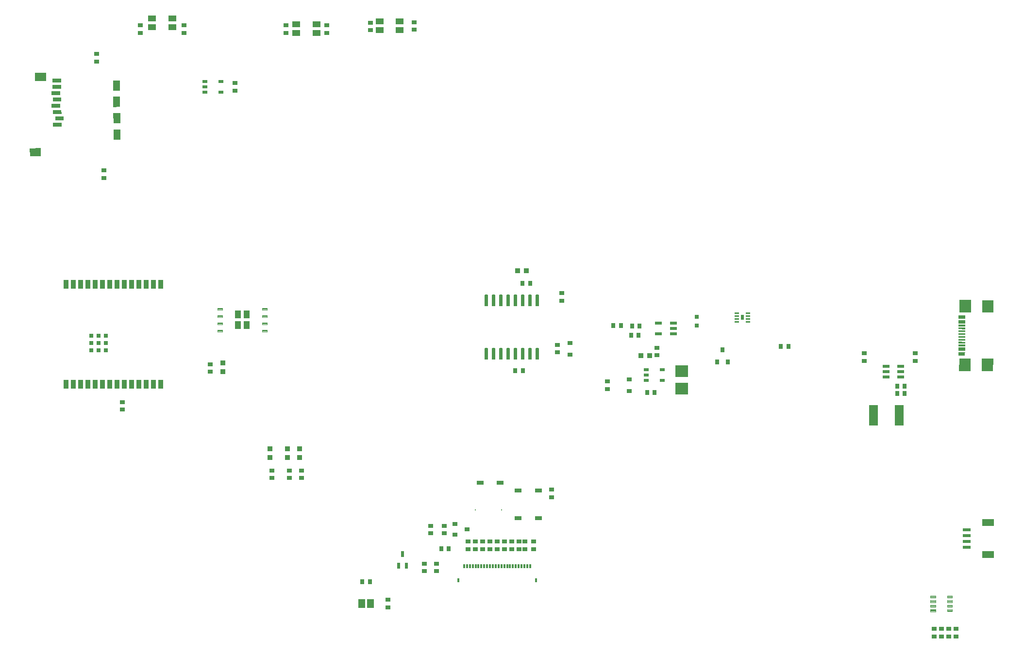
<source format=gbr>
G04 EAGLE Gerber RS-274X export*
G75*
%MOMM*%
%FSLAX34Y34*%
%LPD*%
%INSolderpaste Top*%
%IPPOS*%
%AMOC8*
5,1,8,0,0,1.08239X$1,22.5*%
G01*
G04 Define Apertures*
%ADD10R,1.400000X1.050000*%
%ADD11R,0.900000X0.700000*%
%ADD12R,0.700000X0.900000*%
%ADD13R,2.200000X2.000000*%
%ADD14R,1.200000X0.600000*%
%ADD15R,0.940000X0.970000*%
%ADD16R,0.970000X0.940000*%
%ADD17R,0.900000X0.800000*%
%ADD18R,1.150000X0.800000*%
%ADD19R,0.900000X0.600000*%
%ADD20R,0.300000X0.800000*%
%ADD21R,0.400000X0.800000*%
%ADD22R,1.150000X0.300000*%
%ADD23R,2.180000X2.000000*%
%ADD24R,2.000000X1.200000*%
%ADD25R,1.350000X0.600000*%
%ADD26R,1.800000X1.200000*%
%ADD27R,1.900000X1.400000*%
%ADD28R,1.500000X0.700000*%
%ADD29R,0.127000X0.127000*%
%ADD30R,0.800000X0.800000*%
%ADD31R,1.200000X0.550000*%
%ADD32R,1.500000X3.600000*%
%ADD33R,0.800000X0.900000*%
%ADD34R,0.500000X1.050000*%
%ADD35C,0.125000*%
%ADD36R,1.168400X1.600200*%
%ADD37R,1.010000X1.460000*%
%ADD38C,0.110000*%
%ADD39R,0.900000X1.500000*%
%ADD40C,0.147500*%
%ADD41R,0.560000X0.820000*%
%ADD42C,0.067500*%
D10*
X510492Y1087242D03*
X475492Y1087242D03*
X475492Y1072242D03*
X510492Y1072242D03*
D11*
X1625600Y18900D03*
X1625600Y31900D03*
X681200Y1077600D03*
X681200Y1090600D03*
D12*
X869800Y635000D03*
X882800Y635000D03*
X1060800Y560500D03*
X1073800Y560500D03*
X1087300Y444500D03*
X1100300Y444500D03*
D11*
X1017600Y450700D03*
X1017600Y463700D03*
X1612900Y18900D03*
X1612900Y31900D03*
D12*
X1320300Y524700D03*
X1333300Y524700D03*
D13*
X1147700Y451600D03*
X1147700Y481600D03*
D11*
X920600Y262100D03*
X920600Y275100D03*
D12*
X1522900Y455700D03*
X1535900Y455700D03*
D11*
X279400Y1072132D03*
X279400Y1085132D03*
D12*
X1522900Y443000D03*
X1535900Y443000D03*
D11*
X457200Y1072132D03*
X457200Y1085132D03*
D12*
X590400Y114300D03*
X603400Y114300D03*
X741300Y172300D03*
X728300Y172300D03*
D11*
X127000Y1022200D03*
X127000Y1035200D03*
D10*
X655492Y1092242D03*
X620492Y1092242D03*
X620492Y1077242D03*
X655492Y1077242D03*
D11*
X368300Y971400D03*
X368300Y984400D03*
D14*
X1504200Y490600D03*
X1504200Y481100D03*
X1504200Y471600D03*
X1529200Y471600D03*
X1529200Y481100D03*
X1529200Y490600D03*
D15*
X481200Y331200D03*
X481200Y346200D03*
X460000Y331200D03*
X460000Y346200D03*
D16*
X1091300Y508700D03*
X1076300Y508700D03*
D17*
X1055700Y446700D03*
X1055700Y467700D03*
D18*
X796100Y286700D03*
X831100Y286700D03*
X862300Y273600D03*
X897300Y273600D03*
X897300Y225500D03*
X862300Y225500D03*
D15*
X429800Y331200D03*
X429800Y346200D03*
D17*
X952500Y510200D03*
X952500Y531200D03*
D16*
X861100Y657368D03*
X876100Y657368D03*
D15*
X347400Y481200D03*
X347400Y496200D03*
D11*
X889000Y171300D03*
X889000Y184300D03*
X800100Y171300D03*
X800100Y184300D03*
X787400Y171300D03*
X787400Y184300D03*
X774700Y171300D03*
X774700Y184300D03*
X874124Y171300D03*
X874124Y184300D03*
X863600Y171300D03*
X863600Y184300D03*
X850900Y171300D03*
X850900Y184300D03*
X838200Y171300D03*
X838200Y184300D03*
X825500Y171300D03*
X825500Y184300D03*
X812800Y171300D03*
X812800Y184300D03*
D19*
X1085600Y484400D03*
X1085600Y474900D03*
X1085600Y465400D03*
X1113600Y465400D03*
X1113600Y484400D03*
X316200Y987400D03*
X316200Y977900D03*
X316200Y968400D03*
X344200Y968400D03*
X344200Y987400D03*
D20*
X883000Y141500D03*
X878000Y141500D03*
X873000Y141500D03*
X868000Y141500D03*
X863000Y141500D03*
X858000Y141500D03*
X853000Y141500D03*
X848000Y141500D03*
X843000Y141500D03*
X838000Y141500D03*
X833000Y141500D03*
X828000Y141500D03*
X823000Y141500D03*
X818000Y141500D03*
X813000Y141500D03*
X808000Y141500D03*
X803000Y141500D03*
X798000Y141500D03*
X793000Y141500D03*
X788000Y141500D03*
X783000Y141500D03*
X778000Y141500D03*
X773000Y141500D03*
X768000Y141500D03*
D21*
X893000Y116500D03*
X758000Y116500D03*
D22*
G36*
X1629878Y512098D02*
X1641377Y512017D01*
X1641356Y509018D01*
X1629857Y509099D01*
X1629878Y512098D01*
G37*
G36*
X1629933Y520097D02*
X1641432Y520016D01*
X1641411Y517017D01*
X1629912Y517098D01*
X1629933Y520097D01*
G37*
G36*
X1630024Y533097D02*
X1641523Y533016D01*
X1641502Y530017D01*
X1630003Y530098D01*
X1630024Y533097D01*
G37*
G36*
X1630094Y543097D02*
X1641593Y543016D01*
X1641572Y540017D01*
X1630073Y540098D01*
X1630094Y543097D01*
G37*
G36*
X1630129Y548097D02*
X1641628Y548016D01*
X1641607Y545017D01*
X1630108Y545098D01*
X1630129Y548097D01*
G37*
G36*
X1630199Y558096D02*
X1641698Y558015D01*
X1641677Y555016D01*
X1630178Y555097D01*
X1630199Y558096D01*
G37*
G36*
X1630290Y571096D02*
X1641789Y571015D01*
X1641768Y568016D01*
X1630269Y568097D01*
X1630290Y571096D01*
G37*
G36*
X1630345Y579096D02*
X1641844Y579015D01*
X1641823Y576016D01*
X1630324Y576097D01*
X1630345Y579096D01*
G37*
G36*
X1630324Y576096D02*
X1641823Y576015D01*
X1641802Y573016D01*
X1630303Y573097D01*
X1630324Y576096D01*
G37*
G36*
X1630269Y568096D02*
X1641768Y568015D01*
X1641747Y565016D01*
X1630248Y565097D01*
X1630269Y568096D01*
G37*
G36*
X1630234Y563096D02*
X1641733Y563015D01*
X1641712Y560016D01*
X1630213Y560097D01*
X1630234Y563096D01*
G37*
G36*
X1630164Y553097D02*
X1641663Y553016D01*
X1641642Y550017D01*
X1630143Y550098D01*
X1630164Y553097D01*
G37*
G36*
X1630059Y538097D02*
X1641558Y538016D01*
X1641537Y535017D01*
X1630038Y535098D01*
X1630059Y538097D01*
G37*
G36*
X1629989Y528097D02*
X1641488Y528016D01*
X1641467Y525017D01*
X1629968Y525098D01*
X1629989Y528097D01*
G37*
G36*
X1629954Y523097D02*
X1641453Y523016D01*
X1641432Y520017D01*
X1629933Y520098D01*
X1629954Y523097D01*
G37*
G36*
X1629899Y515098D02*
X1641398Y515017D01*
X1641377Y512018D01*
X1629878Y512099D01*
X1629899Y515098D01*
G37*
D23*
G36*
X1690618Y503473D02*
X1690466Y481675D01*
X1670468Y481815D01*
X1670620Y503613D01*
X1690618Y503473D01*
G37*
G36*
X1691331Y605670D02*
X1691179Y583872D01*
X1671181Y584012D01*
X1671333Y605810D01*
X1691331Y605670D01*
G37*
G36*
X1651319Y503747D02*
X1651167Y481949D01*
X1631169Y482089D01*
X1631321Y503887D01*
X1651319Y503747D01*
G37*
G36*
X1652032Y605944D02*
X1651880Y584146D01*
X1631882Y584286D01*
X1632034Y606084D01*
X1652032Y605944D01*
G37*
D24*
X1681332Y161700D03*
X1681332Y217700D03*
D25*
X1644582Y174700D03*
X1644582Y184700D03*
X1644582Y194700D03*
X1644582Y204700D03*
D26*
G36*
X156567Y885764D02*
X156442Y903762D01*
X168441Y903846D01*
X168566Y885848D01*
X156567Y885764D01*
G37*
G36*
X156169Y942762D02*
X156044Y960760D01*
X168043Y960844D01*
X168168Y942846D01*
X156169Y942762D01*
G37*
D27*
G36*
X29765Y856878D02*
X10767Y856745D01*
X10669Y870744D01*
X29667Y870877D01*
X29765Y856878D01*
G37*
G36*
X38846Y988444D02*
X19848Y988311D01*
X19750Y1002310D01*
X38748Y1002443D01*
X38846Y988444D01*
G37*
D28*
G36*
X65905Y908631D02*
X50906Y908526D01*
X50857Y915525D01*
X65856Y915630D01*
X65905Y908631D01*
G37*
G36*
X69828Y919659D02*
X54829Y919554D01*
X54780Y926553D01*
X69779Y926658D01*
X69828Y919659D01*
G37*
G36*
X65751Y930631D02*
X50752Y930526D01*
X50703Y937525D01*
X65702Y937630D01*
X65751Y930631D01*
G37*
G36*
X63674Y941616D02*
X48675Y941511D01*
X48626Y948510D01*
X63625Y948615D01*
X63674Y941616D01*
G37*
G36*
X65597Y952630D02*
X50598Y952525D01*
X50549Y959524D01*
X65548Y959629D01*
X65597Y952630D01*
G37*
G36*
X63521Y963616D02*
X48522Y963511D01*
X48473Y970510D01*
X63472Y970615D01*
X63521Y963616D01*
G37*
G36*
X65444Y974630D02*
X50445Y974525D01*
X50396Y981524D01*
X65395Y981629D01*
X65444Y974630D01*
G37*
G36*
X65367Y985629D02*
X50368Y985524D01*
X50319Y992523D01*
X65318Y992628D01*
X65367Y985629D01*
G37*
D26*
G36*
X156368Y914263D02*
X156243Y932261D01*
X168242Y932345D01*
X168367Y914347D01*
X156368Y914263D01*
G37*
G36*
X155970Y971262D02*
X155845Y989260D01*
X167844Y989344D01*
X167969Y971346D01*
X155970Y971262D01*
G37*
D29*
X787240Y239400D03*
X832960Y239400D03*
D30*
X1173600Y561400D03*
X1173600Y576400D03*
D31*
X1132601Y547000D03*
X1132601Y556500D03*
X1132601Y566000D03*
X1106599Y566000D03*
X1106599Y547000D03*
D32*
X1481500Y404900D03*
X1526500Y404900D03*
D33*
X1209000Y498000D03*
X1228000Y498000D03*
X1218500Y519000D03*
D17*
X752000Y215400D03*
X752000Y196400D03*
X773000Y205900D03*
D34*
X653900Y141900D03*
X666900Y141900D03*
X660400Y162900D03*
D11*
X139700Y819000D03*
X139700Y832000D03*
X172200Y414800D03*
X172200Y427800D03*
X733400Y199000D03*
X733400Y212000D03*
X1587500Y18900D03*
X1587500Y31900D03*
X698900Y133000D03*
X698900Y146000D03*
D12*
X1059300Y544200D03*
X1072300Y544200D03*
D11*
X635000Y69700D03*
X635000Y82700D03*
X1600200Y18900D03*
X1600200Y31900D03*
X719700Y133000D03*
X719700Y146000D03*
X1465900Y500000D03*
X1465900Y513000D03*
X1554800Y500000D03*
X1554800Y513000D03*
X709500Y199000D03*
X709500Y212000D03*
X938000Y604800D03*
X938000Y617800D03*
X930600Y514800D03*
X930600Y527800D03*
D12*
X1028300Y561300D03*
X1041300Y561300D03*
D11*
X324900Y480600D03*
X324900Y493600D03*
X484100Y295600D03*
X484100Y308600D03*
X463300Y295600D03*
X463300Y308600D03*
X432500Y295600D03*
X432500Y308600D03*
D10*
X258800Y1097242D03*
X223800Y1097242D03*
X223800Y1082242D03*
X258800Y1082242D03*
D11*
X528400Y1072132D03*
X528400Y1085132D03*
X1104500Y509800D03*
X1104500Y522800D03*
D12*
X857100Y482600D03*
X870100Y482600D03*
D11*
X605000Y1076732D03*
X605000Y1089732D03*
X203200Y1072132D03*
X203200Y1085132D03*
D35*
X1610325Y86325D02*
X1619235Y86325D01*
X1610325Y86325D02*
X1610325Y90075D01*
X1619235Y90075D01*
X1619235Y86325D01*
X1619235Y87512D02*
X1610325Y87512D01*
X1610325Y88699D02*
X1619235Y88699D01*
X1619235Y89886D02*
X1610325Y89886D01*
X1610325Y78325D02*
X1619235Y78325D01*
X1610325Y78325D02*
X1610325Y82075D01*
X1619235Y82075D01*
X1619235Y78325D01*
X1619235Y79512D02*
X1610325Y79512D01*
X1610325Y80699D02*
X1619235Y80699D01*
X1619235Y81886D02*
X1610325Y81886D01*
X1610325Y70325D02*
X1619235Y70325D01*
X1610325Y70325D02*
X1610325Y74075D01*
X1619235Y74075D01*
X1619235Y70325D01*
X1619235Y71512D02*
X1610325Y71512D01*
X1610325Y72699D02*
X1619235Y72699D01*
X1619235Y73886D02*
X1610325Y73886D01*
X1610325Y62325D02*
X1619235Y62325D01*
X1610325Y62325D02*
X1610325Y66075D01*
X1619235Y66075D01*
X1619235Y62325D01*
X1619235Y63512D02*
X1610325Y63512D01*
X1610325Y64699D02*
X1619235Y64699D01*
X1619235Y65886D02*
X1610325Y65886D01*
X1590075Y62125D02*
X1581165Y62125D01*
X1581165Y65875D01*
X1590075Y65875D01*
X1590075Y62125D01*
X1590075Y63312D02*
X1581165Y63312D01*
X1581165Y64499D02*
X1590075Y64499D01*
X1590075Y65686D02*
X1581165Y65686D01*
X1581165Y70325D02*
X1590075Y70325D01*
X1581165Y70325D02*
X1581165Y74075D01*
X1590075Y74075D01*
X1590075Y70325D01*
X1590075Y71512D02*
X1581165Y71512D01*
X1581165Y72699D02*
X1590075Y72699D01*
X1590075Y73886D02*
X1581165Y73886D01*
X1581165Y78325D02*
X1590075Y78325D01*
X1581165Y78325D02*
X1581165Y82075D01*
X1590075Y82075D01*
X1590075Y78325D01*
X1590075Y79512D02*
X1581165Y79512D01*
X1581165Y80699D02*
X1590075Y80699D01*
X1590075Y81886D02*
X1581165Y81886D01*
X1581165Y86325D02*
X1590075Y86325D01*
X1581165Y86325D02*
X1581165Y90075D01*
X1590075Y90075D01*
X1590075Y86325D01*
X1590075Y87512D02*
X1581165Y87512D01*
X1581165Y88699D02*
X1590075Y88699D01*
X1590075Y89886D02*
X1581165Y89886D01*
D36*
X589280Y76200D03*
X604520Y76200D03*
D37*
X373650Y581100D03*
X388350Y581100D03*
X373650Y561900D03*
X388350Y561900D03*
D38*
X346200Y588900D02*
X337900Y588900D01*
X337900Y592200D01*
X346200Y592200D01*
X346200Y588900D01*
X346200Y589945D02*
X337900Y589945D01*
X337900Y590990D02*
X346200Y590990D01*
X346200Y592035D02*
X337900Y592035D01*
X337900Y576200D02*
X346200Y576200D01*
X337900Y576200D02*
X337900Y579500D01*
X346200Y579500D01*
X346200Y576200D01*
X346200Y577245D02*
X337900Y577245D01*
X337900Y578290D02*
X346200Y578290D01*
X346200Y579335D02*
X337900Y579335D01*
X337900Y563500D02*
X346200Y563500D01*
X337900Y563500D02*
X337900Y566800D01*
X346200Y566800D01*
X346200Y563500D01*
X346200Y564545D02*
X337900Y564545D01*
X337900Y565590D02*
X346200Y565590D01*
X346200Y566635D02*
X337900Y566635D01*
X337900Y550800D02*
X346200Y550800D01*
X337900Y550800D02*
X337900Y554100D01*
X346200Y554100D01*
X346200Y550800D01*
X346200Y551845D02*
X337900Y551845D01*
X337900Y552890D02*
X346200Y552890D01*
X346200Y553935D02*
X337900Y553935D01*
X415800Y550800D02*
X424100Y550800D01*
X415800Y550800D02*
X415800Y554100D01*
X424100Y554100D01*
X424100Y550800D01*
X424100Y551845D02*
X415800Y551845D01*
X415800Y552890D02*
X424100Y552890D01*
X424100Y553935D02*
X415800Y553935D01*
X415800Y563500D02*
X424100Y563500D01*
X415800Y563500D02*
X415800Y566800D01*
X424100Y566800D01*
X424100Y563500D01*
X424100Y564545D02*
X415800Y564545D01*
X415800Y565590D02*
X424100Y565590D01*
X424100Y566635D02*
X415800Y566635D01*
X415800Y576200D02*
X424100Y576200D01*
X415800Y576200D02*
X415800Y579500D01*
X424100Y579500D01*
X424100Y576200D01*
X424100Y577245D02*
X415800Y577245D01*
X415800Y578290D02*
X424100Y578290D01*
X424100Y579335D02*
X415800Y579335D01*
X415800Y588900D02*
X424100Y588900D01*
X415800Y588900D02*
X415800Y592200D01*
X424100Y592200D01*
X424100Y588900D01*
X424100Y589945D02*
X415800Y589945D01*
X415800Y590990D02*
X424100Y590990D01*
X424100Y592035D02*
X415800Y592035D01*
D39*
X73468Y458600D03*
X86168Y458600D03*
X98868Y458600D03*
X111568Y458600D03*
X124268Y458600D03*
X136968Y458600D03*
X149668Y458600D03*
X162368Y458600D03*
X175068Y458600D03*
X187768Y458600D03*
X200468Y458600D03*
X213168Y458600D03*
X225868Y458600D03*
X238568Y458600D03*
X238568Y633600D03*
X225868Y633600D03*
X213168Y633600D03*
X200468Y633600D03*
X187768Y633600D03*
X175068Y633600D03*
X162368Y633600D03*
X149668Y633600D03*
X136968Y633600D03*
X124268Y633600D03*
X111568Y633600D03*
X98868Y633600D03*
X86168Y633600D03*
X73468Y633600D03*
D30*
X130668Y531050D03*
X118168Y518550D03*
X118168Y531050D03*
X118168Y543550D03*
X130668Y518550D03*
X130668Y543550D03*
X143168Y518550D03*
X143168Y531050D03*
X143168Y543550D03*
D40*
X893137Y595837D02*
X893137Y614863D01*
X897563Y614863D01*
X897563Y595837D01*
X893137Y595837D01*
X893137Y597238D02*
X897563Y597238D01*
X897563Y598639D02*
X893137Y598639D01*
X893137Y600040D02*
X897563Y600040D01*
X897563Y601441D02*
X893137Y601441D01*
X893137Y602842D02*
X897563Y602842D01*
X897563Y604243D02*
X893137Y604243D01*
X893137Y605644D02*
X897563Y605644D01*
X897563Y607045D02*
X893137Y607045D01*
X893137Y608446D02*
X897563Y608446D01*
X897563Y609847D02*
X893137Y609847D01*
X893137Y611248D02*
X897563Y611248D01*
X897563Y612649D02*
X893137Y612649D01*
X893137Y614050D02*
X897563Y614050D01*
X880437Y614863D02*
X880437Y595837D01*
X880437Y614863D02*
X884863Y614863D01*
X884863Y595837D01*
X880437Y595837D01*
X880437Y597238D02*
X884863Y597238D01*
X884863Y598639D02*
X880437Y598639D01*
X880437Y600040D02*
X884863Y600040D01*
X884863Y601441D02*
X880437Y601441D01*
X880437Y602842D02*
X884863Y602842D01*
X884863Y604243D02*
X880437Y604243D01*
X880437Y605644D02*
X884863Y605644D01*
X884863Y607045D02*
X880437Y607045D01*
X880437Y608446D02*
X884863Y608446D01*
X884863Y609847D02*
X880437Y609847D01*
X880437Y611248D02*
X884863Y611248D01*
X884863Y612649D02*
X880437Y612649D01*
X880437Y614050D02*
X884863Y614050D01*
X867737Y614863D02*
X867737Y595837D01*
X867737Y614863D02*
X872163Y614863D01*
X872163Y595837D01*
X867737Y595837D01*
X867737Y597238D02*
X872163Y597238D01*
X872163Y598639D02*
X867737Y598639D01*
X867737Y600040D02*
X872163Y600040D01*
X872163Y601441D02*
X867737Y601441D01*
X867737Y602842D02*
X872163Y602842D01*
X872163Y604243D02*
X867737Y604243D01*
X867737Y605644D02*
X872163Y605644D01*
X872163Y607045D02*
X867737Y607045D01*
X867737Y608446D02*
X872163Y608446D01*
X872163Y609847D02*
X867737Y609847D01*
X867737Y611248D02*
X872163Y611248D01*
X872163Y612649D02*
X867737Y612649D01*
X867737Y614050D02*
X872163Y614050D01*
X855037Y614863D02*
X855037Y595837D01*
X855037Y614863D02*
X859463Y614863D01*
X859463Y595837D01*
X855037Y595837D01*
X855037Y597238D02*
X859463Y597238D01*
X859463Y598639D02*
X855037Y598639D01*
X855037Y600040D02*
X859463Y600040D01*
X859463Y601441D02*
X855037Y601441D01*
X855037Y602842D02*
X859463Y602842D01*
X859463Y604243D02*
X855037Y604243D01*
X855037Y605644D02*
X859463Y605644D01*
X859463Y607045D02*
X855037Y607045D01*
X855037Y608446D02*
X859463Y608446D01*
X859463Y609847D02*
X855037Y609847D01*
X855037Y611248D02*
X859463Y611248D01*
X859463Y612649D02*
X855037Y612649D01*
X855037Y614050D02*
X859463Y614050D01*
X842337Y614863D02*
X842337Y595837D01*
X842337Y614863D02*
X846763Y614863D01*
X846763Y595837D01*
X842337Y595837D01*
X842337Y597238D02*
X846763Y597238D01*
X846763Y598639D02*
X842337Y598639D01*
X842337Y600040D02*
X846763Y600040D01*
X846763Y601441D02*
X842337Y601441D01*
X842337Y602842D02*
X846763Y602842D01*
X846763Y604243D02*
X842337Y604243D01*
X842337Y605644D02*
X846763Y605644D01*
X846763Y607045D02*
X842337Y607045D01*
X842337Y608446D02*
X846763Y608446D01*
X846763Y609847D02*
X842337Y609847D01*
X842337Y611248D02*
X846763Y611248D01*
X846763Y612649D02*
X842337Y612649D01*
X842337Y614050D02*
X846763Y614050D01*
X829637Y614863D02*
X829637Y595837D01*
X829637Y614863D02*
X834063Y614863D01*
X834063Y595837D01*
X829637Y595837D01*
X829637Y597238D02*
X834063Y597238D01*
X834063Y598639D02*
X829637Y598639D01*
X829637Y600040D02*
X834063Y600040D01*
X834063Y601441D02*
X829637Y601441D01*
X829637Y602842D02*
X834063Y602842D01*
X834063Y604243D02*
X829637Y604243D01*
X829637Y605644D02*
X834063Y605644D01*
X834063Y607045D02*
X829637Y607045D01*
X829637Y608446D02*
X834063Y608446D01*
X834063Y609847D02*
X829637Y609847D01*
X829637Y611248D02*
X834063Y611248D01*
X834063Y612649D02*
X829637Y612649D01*
X829637Y614050D02*
X834063Y614050D01*
X816937Y614863D02*
X816937Y595837D01*
X816937Y614863D02*
X821363Y614863D01*
X821363Y595837D01*
X816937Y595837D01*
X816937Y597238D02*
X821363Y597238D01*
X821363Y598639D02*
X816937Y598639D01*
X816937Y600040D02*
X821363Y600040D01*
X821363Y601441D02*
X816937Y601441D01*
X816937Y602842D02*
X821363Y602842D01*
X821363Y604243D02*
X816937Y604243D01*
X816937Y605644D02*
X821363Y605644D01*
X821363Y607045D02*
X816937Y607045D01*
X816937Y608446D02*
X821363Y608446D01*
X821363Y609847D02*
X816937Y609847D01*
X816937Y611248D02*
X821363Y611248D01*
X821363Y612649D02*
X816937Y612649D01*
X816937Y614050D02*
X821363Y614050D01*
X804237Y614863D02*
X804237Y595837D01*
X804237Y614863D02*
X808663Y614863D01*
X808663Y595837D01*
X804237Y595837D01*
X804237Y597238D02*
X808663Y597238D01*
X808663Y598639D02*
X804237Y598639D01*
X804237Y600040D02*
X808663Y600040D01*
X808663Y601441D02*
X804237Y601441D01*
X804237Y602842D02*
X808663Y602842D01*
X808663Y604243D02*
X804237Y604243D01*
X804237Y605644D02*
X808663Y605644D01*
X808663Y607045D02*
X804237Y607045D01*
X804237Y608446D02*
X808663Y608446D01*
X808663Y609847D02*
X804237Y609847D01*
X804237Y611248D02*
X808663Y611248D01*
X808663Y612649D02*
X804237Y612649D01*
X804237Y614050D02*
X808663Y614050D01*
X804237Y521763D02*
X804237Y502737D01*
X804237Y521763D02*
X808663Y521763D01*
X808663Y502737D01*
X804237Y502737D01*
X804237Y504138D02*
X808663Y504138D01*
X808663Y505539D02*
X804237Y505539D01*
X804237Y506940D02*
X808663Y506940D01*
X808663Y508341D02*
X804237Y508341D01*
X804237Y509742D02*
X808663Y509742D01*
X808663Y511143D02*
X804237Y511143D01*
X804237Y512544D02*
X808663Y512544D01*
X808663Y513945D02*
X804237Y513945D01*
X804237Y515346D02*
X808663Y515346D01*
X808663Y516747D02*
X804237Y516747D01*
X804237Y518148D02*
X808663Y518148D01*
X808663Y519549D02*
X804237Y519549D01*
X804237Y520950D02*
X808663Y520950D01*
X816937Y521763D02*
X816937Y502737D01*
X816937Y521763D02*
X821363Y521763D01*
X821363Y502737D01*
X816937Y502737D01*
X816937Y504138D02*
X821363Y504138D01*
X821363Y505539D02*
X816937Y505539D01*
X816937Y506940D02*
X821363Y506940D01*
X821363Y508341D02*
X816937Y508341D01*
X816937Y509742D02*
X821363Y509742D01*
X821363Y511143D02*
X816937Y511143D01*
X816937Y512544D02*
X821363Y512544D01*
X821363Y513945D02*
X816937Y513945D01*
X816937Y515346D02*
X821363Y515346D01*
X821363Y516747D02*
X816937Y516747D01*
X816937Y518148D02*
X821363Y518148D01*
X821363Y519549D02*
X816937Y519549D01*
X816937Y520950D02*
X821363Y520950D01*
X829637Y521763D02*
X829637Y502737D01*
X829637Y521763D02*
X834063Y521763D01*
X834063Y502737D01*
X829637Y502737D01*
X829637Y504138D02*
X834063Y504138D01*
X834063Y505539D02*
X829637Y505539D01*
X829637Y506940D02*
X834063Y506940D01*
X834063Y508341D02*
X829637Y508341D01*
X829637Y509742D02*
X834063Y509742D01*
X834063Y511143D02*
X829637Y511143D01*
X829637Y512544D02*
X834063Y512544D01*
X834063Y513945D02*
X829637Y513945D01*
X829637Y515346D02*
X834063Y515346D01*
X834063Y516747D02*
X829637Y516747D01*
X829637Y518148D02*
X834063Y518148D01*
X834063Y519549D02*
X829637Y519549D01*
X829637Y520950D02*
X834063Y520950D01*
X842337Y521763D02*
X842337Y502737D01*
X842337Y521763D02*
X846763Y521763D01*
X846763Y502737D01*
X842337Y502737D01*
X842337Y504138D02*
X846763Y504138D01*
X846763Y505539D02*
X842337Y505539D01*
X842337Y506940D02*
X846763Y506940D01*
X846763Y508341D02*
X842337Y508341D01*
X842337Y509742D02*
X846763Y509742D01*
X846763Y511143D02*
X842337Y511143D01*
X842337Y512544D02*
X846763Y512544D01*
X846763Y513945D02*
X842337Y513945D01*
X842337Y515346D02*
X846763Y515346D01*
X846763Y516747D02*
X842337Y516747D01*
X842337Y518148D02*
X846763Y518148D01*
X846763Y519549D02*
X842337Y519549D01*
X842337Y520950D02*
X846763Y520950D01*
X855037Y521763D02*
X855037Y502737D01*
X855037Y521763D02*
X859463Y521763D01*
X859463Y502737D01*
X855037Y502737D01*
X855037Y504138D02*
X859463Y504138D01*
X859463Y505539D02*
X855037Y505539D01*
X855037Y506940D02*
X859463Y506940D01*
X859463Y508341D02*
X855037Y508341D01*
X855037Y509742D02*
X859463Y509742D01*
X859463Y511143D02*
X855037Y511143D01*
X855037Y512544D02*
X859463Y512544D01*
X859463Y513945D02*
X855037Y513945D01*
X855037Y515346D02*
X859463Y515346D01*
X859463Y516747D02*
X855037Y516747D01*
X855037Y518148D02*
X859463Y518148D01*
X859463Y519549D02*
X855037Y519549D01*
X855037Y520950D02*
X859463Y520950D01*
X867737Y521763D02*
X867737Y502737D01*
X867737Y521763D02*
X872163Y521763D01*
X872163Y502737D01*
X867737Y502737D01*
X867737Y504138D02*
X872163Y504138D01*
X872163Y505539D02*
X867737Y505539D01*
X867737Y506940D02*
X872163Y506940D01*
X872163Y508341D02*
X867737Y508341D01*
X867737Y509742D02*
X872163Y509742D01*
X872163Y511143D02*
X867737Y511143D01*
X867737Y512544D02*
X872163Y512544D01*
X872163Y513945D02*
X867737Y513945D01*
X867737Y515346D02*
X872163Y515346D01*
X872163Y516747D02*
X867737Y516747D01*
X867737Y518148D02*
X872163Y518148D01*
X872163Y519549D02*
X867737Y519549D01*
X867737Y520950D02*
X872163Y520950D01*
X880437Y521763D02*
X880437Y502737D01*
X880437Y521763D02*
X884863Y521763D01*
X884863Y502737D01*
X880437Y502737D01*
X880437Y504138D02*
X884863Y504138D01*
X884863Y505539D02*
X880437Y505539D01*
X880437Y506940D02*
X884863Y506940D01*
X884863Y508341D02*
X880437Y508341D01*
X880437Y509742D02*
X884863Y509742D01*
X884863Y511143D02*
X880437Y511143D01*
X880437Y512544D02*
X884863Y512544D01*
X884863Y513945D02*
X880437Y513945D01*
X880437Y515346D02*
X884863Y515346D01*
X884863Y516747D02*
X880437Y516747D01*
X880437Y518148D02*
X884863Y518148D01*
X884863Y519549D02*
X880437Y519549D01*
X880437Y520950D02*
X884863Y520950D01*
X893137Y521763D02*
X893137Y502737D01*
X893137Y521763D02*
X897563Y521763D01*
X897563Y502737D01*
X893137Y502737D01*
X893137Y504138D02*
X897563Y504138D01*
X897563Y505539D02*
X893137Y505539D01*
X893137Y506940D02*
X897563Y506940D01*
X897563Y508341D02*
X893137Y508341D01*
X893137Y509742D02*
X897563Y509742D01*
X897563Y511143D02*
X893137Y511143D01*
X893137Y512544D02*
X897563Y512544D01*
X897563Y513945D02*
X893137Y513945D01*
X893137Y515346D02*
X897563Y515346D01*
X897563Y516747D02*
X893137Y516747D01*
X893137Y518148D02*
X897563Y518148D01*
X897563Y519549D02*
X893137Y519549D01*
X893137Y520950D02*
X897563Y520950D01*
D41*
X1252800Y575700D03*
D42*
X1246413Y582187D02*
X1239487Y582187D01*
X1239487Y584213D01*
X1246413Y584213D01*
X1246413Y582187D01*
X1246413Y582828D02*
X1239487Y582828D01*
X1239487Y583469D02*
X1246413Y583469D01*
X1246413Y584110D02*
X1239487Y584110D01*
X1239487Y577187D02*
X1246413Y577187D01*
X1239487Y577187D02*
X1239487Y579213D01*
X1246413Y579213D01*
X1246413Y577187D01*
X1246413Y577828D02*
X1239487Y577828D01*
X1239487Y578469D02*
X1246413Y578469D01*
X1246413Y579110D02*
X1239487Y579110D01*
X1239487Y572187D02*
X1246413Y572187D01*
X1239487Y572187D02*
X1239487Y574213D01*
X1246413Y574213D01*
X1246413Y572187D01*
X1246413Y572828D02*
X1239487Y572828D01*
X1239487Y573469D02*
X1246413Y573469D01*
X1246413Y574110D02*
X1239487Y574110D01*
X1239487Y567187D02*
X1246413Y567187D01*
X1239487Y567187D02*
X1239487Y569213D01*
X1246413Y569213D01*
X1246413Y567187D01*
X1246413Y567828D02*
X1239487Y567828D01*
X1239487Y568469D02*
X1246413Y568469D01*
X1246413Y569110D02*
X1239487Y569110D01*
X1259187Y567187D02*
X1266113Y567187D01*
X1259187Y567187D02*
X1259187Y569213D01*
X1266113Y569213D01*
X1266113Y567187D01*
X1266113Y567828D02*
X1259187Y567828D01*
X1259187Y568469D02*
X1266113Y568469D01*
X1266113Y569110D02*
X1259187Y569110D01*
X1259187Y572187D02*
X1266113Y572187D01*
X1259187Y572187D02*
X1259187Y574213D01*
X1266113Y574213D01*
X1266113Y572187D01*
X1266113Y572828D02*
X1259187Y572828D01*
X1259187Y573469D02*
X1266113Y573469D01*
X1266113Y574110D02*
X1259187Y574110D01*
X1259187Y577187D02*
X1266113Y577187D01*
X1259187Y577187D02*
X1259187Y579213D01*
X1266113Y579213D01*
X1266113Y577187D01*
X1266113Y577828D02*
X1259187Y577828D01*
X1259187Y578469D02*
X1266113Y578469D01*
X1266113Y579110D02*
X1259187Y579110D01*
X1259187Y582187D02*
X1266113Y582187D01*
X1259187Y582187D02*
X1259187Y584213D01*
X1266113Y584213D01*
X1266113Y582187D01*
X1266113Y582828D02*
X1259187Y582828D01*
X1259187Y583469D02*
X1266113Y583469D01*
X1266113Y584110D02*
X1259187Y584110D01*
M02*

</source>
